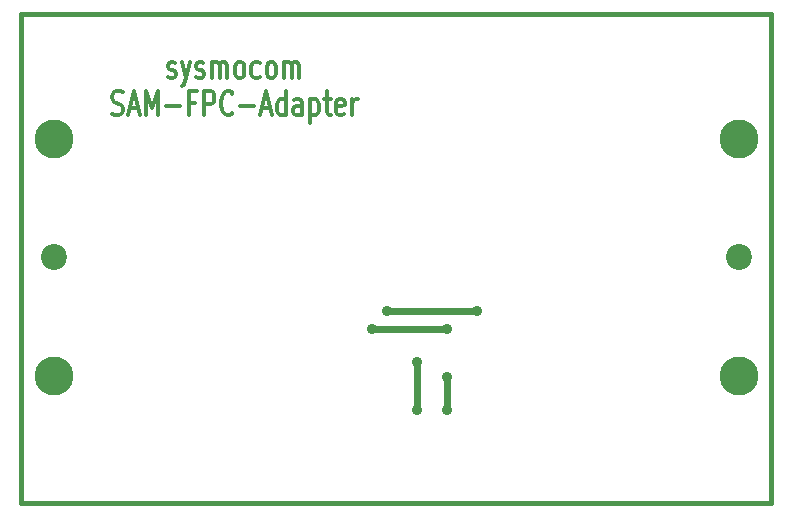
<source format=gtl>
G04 (created by PCBNEW-RS274X (2011-07-02 BZR 3034)-testing) date Sat 25 Feb 2012 03:47:28 PM CET*
G01*
G70*
G90*
%MOIN*%
G04 Gerber Fmt 3.4, Leading zero omitted, Abs format*
%FSLAX34Y34*%
G04 APERTURE LIST*
%ADD10C,0.006000*%
%ADD11C,0.012000*%
%ADD12C,0.015000*%
%ADD13C,0.086600*%
%ADD14C,0.129900*%
%ADD15C,0.035000*%
%ADD16C,0.023600*%
G04 APERTURE END LIST*
G54D10*
G54D11*
X28700Y-22386D02*
X28757Y-22424D01*
X28872Y-22424D01*
X28929Y-22386D01*
X28957Y-22310D01*
X28957Y-22271D01*
X28929Y-22195D01*
X28872Y-22157D01*
X28786Y-22157D01*
X28729Y-22119D01*
X28700Y-22043D01*
X28700Y-22005D01*
X28729Y-21929D01*
X28786Y-21890D01*
X28872Y-21890D01*
X28929Y-21929D01*
X29158Y-21890D02*
X29301Y-22424D01*
X29443Y-21890D02*
X29301Y-22424D01*
X29243Y-22614D01*
X29215Y-22652D01*
X29158Y-22690D01*
X29643Y-22386D02*
X29700Y-22424D01*
X29815Y-22424D01*
X29872Y-22386D01*
X29900Y-22310D01*
X29900Y-22271D01*
X29872Y-22195D01*
X29815Y-22157D01*
X29729Y-22157D01*
X29672Y-22119D01*
X29643Y-22043D01*
X29643Y-22005D01*
X29672Y-21929D01*
X29729Y-21890D01*
X29815Y-21890D01*
X29872Y-21929D01*
X30158Y-22424D02*
X30158Y-21890D01*
X30158Y-21967D02*
X30186Y-21929D01*
X30244Y-21890D01*
X30329Y-21890D01*
X30386Y-21929D01*
X30415Y-22005D01*
X30415Y-22424D01*
X30415Y-22005D02*
X30444Y-21929D01*
X30501Y-21890D01*
X30586Y-21890D01*
X30644Y-21929D01*
X30672Y-22005D01*
X30672Y-22424D01*
X31044Y-22424D02*
X30986Y-22386D01*
X30958Y-22348D01*
X30929Y-22271D01*
X30929Y-22043D01*
X30958Y-21967D01*
X30986Y-21929D01*
X31044Y-21890D01*
X31129Y-21890D01*
X31186Y-21929D01*
X31215Y-21967D01*
X31244Y-22043D01*
X31244Y-22271D01*
X31215Y-22348D01*
X31186Y-22386D01*
X31129Y-22424D01*
X31044Y-22424D01*
X31758Y-22386D02*
X31701Y-22424D01*
X31587Y-22424D01*
X31529Y-22386D01*
X31501Y-22348D01*
X31472Y-22271D01*
X31472Y-22043D01*
X31501Y-21967D01*
X31529Y-21929D01*
X31587Y-21890D01*
X31701Y-21890D01*
X31758Y-21929D01*
X32101Y-22424D02*
X32043Y-22386D01*
X32015Y-22348D01*
X31986Y-22271D01*
X31986Y-22043D01*
X32015Y-21967D01*
X32043Y-21929D01*
X32101Y-21890D01*
X32186Y-21890D01*
X32243Y-21929D01*
X32272Y-21967D01*
X32301Y-22043D01*
X32301Y-22271D01*
X32272Y-22348D01*
X32243Y-22386D01*
X32186Y-22424D01*
X32101Y-22424D01*
X32558Y-22424D02*
X32558Y-21890D01*
X32558Y-21967D02*
X32586Y-21929D01*
X32644Y-21890D01*
X32729Y-21890D01*
X32786Y-21929D01*
X32815Y-22005D01*
X32815Y-22424D01*
X32815Y-22005D02*
X32844Y-21929D01*
X32901Y-21890D01*
X32986Y-21890D01*
X33044Y-21929D01*
X33072Y-22005D01*
X33072Y-22424D01*
X26843Y-23626D02*
X26929Y-23664D01*
X27072Y-23664D01*
X27129Y-23626D01*
X27158Y-23588D01*
X27186Y-23511D01*
X27186Y-23435D01*
X27158Y-23359D01*
X27129Y-23321D01*
X27072Y-23283D01*
X26958Y-23245D01*
X26900Y-23207D01*
X26872Y-23169D01*
X26843Y-23092D01*
X26843Y-23016D01*
X26872Y-22940D01*
X26900Y-22902D01*
X26958Y-22864D01*
X27100Y-22864D01*
X27186Y-22902D01*
X27414Y-23435D02*
X27700Y-23435D01*
X27357Y-23664D02*
X27557Y-22864D01*
X27757Y-23664D01*
X27957Y-23664D02*
X27957Y-22864D01*
X28157Y-23435D01*
X28357Y-22864D01*
X28357Y-23664D01*
X28643Y-23359D02*
X29100Y-23359D01*
X29586Y-23245D02*
X29386Y-23245D01*
X29386Y-23664D02*
X29386Y-22864D01*
X29672Y-22864D01*
X29900Y-23664D02*
X29900Y-22864D01*
X30128Y-22864D01*
X30186Y-22902D01*
X30214Y-22940D01*
X30243Y-23016D01*
X30243Y-23130D01*
X30214Y-23207D01*
X30186Y-23245D01*
X30128Y-23283D01*
X29900Y-23283D01*
X30843Y-23588D02*
X30814Y-23626D01*
X30728Y-23664D01*
X30671Y-23664D01*
X30586Y-23626D01*
X30528Y-23550D01*
X30500Y-23473D01*
X30471Y-23321D01*
X30471Y-23207D01*
X30500Y-23054D01*
X30528Y-22978D01*
X30586Y-22902D01*
X30671Y-22864D01*
X30728Y-22864D01*
X30814Y-22902D01*
X30843Y-22940D01*
X31100Y-23359D02*
X31557Y-23359D01*
X31814Y-23435D02*
X32100Y-23435D01*
X31757Y-23664D02*
X31957Y-22864D01*
X32157Y-23664D01*
X32614Y-23664D02*
X32614Y-22864D01*
X32614Y-23626D02*
X32557Y-23664D01*
X32443Y-23664D01*
X32385Y-23626D01*
X32357Y-23588D01*
X32328Y-23511D01*
X32328Y-23283D01*
X32357Y-23207D01*
X32385Y-23169D01*
X32443Y-23130D01*
X32557Y-23130D01*
X32614Y-23169D01*
X33157Y-23664D02*
X33157Y-23245D01*
X33128Y-23169D01*
X33071Y-23130D01*
X32957Y-23130D01*
X32900Y-23169D01*
X33157Y-23626D02*
X33100Y-23664D01*
X32957Y-23664D01*
X32900Y-23626D01*
X32871Y-23550D01*
X32871Y-23473D01*
X32900Y-23397D01*
X32957Y-23359D01*
X33100Y-23359D01*
X33157Y-23321D01*
X33443Y-23130D02*
X33443Y-23930D01*
X33443Y-23169D02*
X33500Y-23130D01*
X33614Y-23130D01*
X33671Y-23169D01*
X33700Y-23207D01*
X33729Y-23283D01*
X33729Y-23511D01*
X33700Y-23588D01*
X33671Y-23626D01*
X33614Y-23664D01*
X33500Y-23664D01*
X33443Y-23626D01*
X33900Y-23130D02*
X34129Y-23130D01*
X33986Y-22864D02*
X33986Y-23550D01*
X34014Y-23626D01*
X34072Y-23664D01*
X34129Y-23664D01*
X34557Y-23626D02*
X34500Y-23664D01*
X34386Y-23664D01*
X34329Y-23626D01*
X34300Y-23550D01*
X34300Y-23245D01*
X34329Y-23169D01*
X34386Y-23130D01*
X34500Y-23130D01*
X34557Y-23169D01*
X34586Y-23245D01*
X34586Y-23321D01*
X34300Y-23397D01*
X34843Y-23664D02*
X34843Y-23130D01*
X34843Y-23283D02*
X34871Y-23207D01*
X34900Y-23169D01*
X34957Y-23130D01*
X35014Y-23130D01*
G54D12*
X23800Y-20300D02*
X23800Y-36600D01*
X48800Y-20300D02*
X23800Y-20300D01*
X48800Y-36600D02*
X48800Y-20300D01*
X23800Y-36600D02*
X48800Y-36600D01*
G54D13*
X24883Y-28400D03*
X47717Y-28400D03*
G54D14*
X24883Y-24463D03*
X24883Y-32337D03*
X47717Y-24463D03*
X47717Y-32337D03*
G54D15*
X38000Y-30800D03*
X35500Y-30800D03*
X38000Y-33500D03*
X38000Y-32400D03*
X39000Y-30200D03*
X36000Y-30200D03*
X37000Y-33500D03*
X37000Y-31900D03*
G54D16*
X35500Y-30800D02*
X38000Y-30800D01*
X38000Y-32400D02*
X38000Y-33500D01*
X36000Y-30200D02*
X39000Y-30200D01*
X37000Y-31900D02*
X37000Y-33500D01*
M02*

</source>
